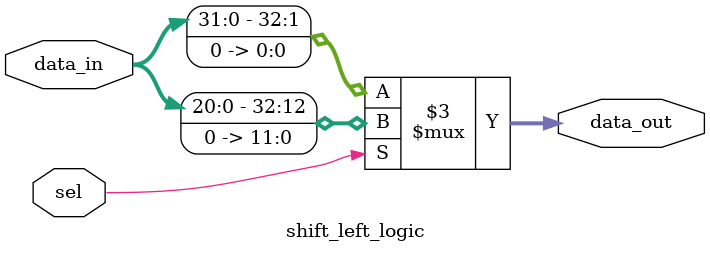
<source format=v>
module shift_left_logic(data_in, data_out, sel);
input[32:0] data_in;
input sel;
output[32:0] data_out;

assign data_out = (sel) ? (data_in << 12) : (data_in << 1);

endmodule
</source>
